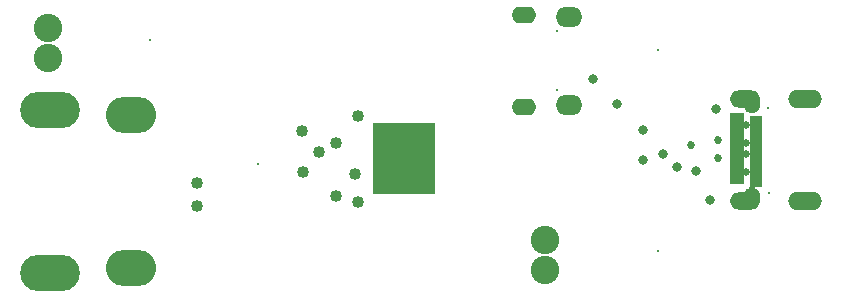
<source format=gts>
G04 Layer_Color=8388736*
%FSLAX24Y24*%
%MOIN*%
G70*
G01*
G75*
%ADD34R,0.0454X0.0206*%
%ADD35R,0.0415X0.0206*%
%ADD36R,0.2069X0.0179*%
%ADD37R,0.0100X0.0100*%
%ADD38O,0.0533X0.0700*%
%ADD39O,0.1006X0.0572*%
%ADD40O,0.1124X0.0612*%
%ADD41C,0.0100*%
%ADD42C,0.0950*%
%ADD43O,0.0809X0.0553*%
%ADD44O,0.0887X0.0671*%
%ADD45C,0.0320*%
%ADD46C,0.0270*%
%ADD47C,0.0250*%
%ADD48O,0.1990X0.1202*%
%ADD49O,0.1675X0.1202*%
%ADD50C,0.0400*%
G36*
X28793Y8206D02*
X28773D01*
Y8246D01*
X28793D01*
Y8206D01*
D02*
G37*
G36*
Y8626D02*
Y8606D01*
X28763D01*
Y8656D01*
X28793D01*
Y8626D01*
D02*
G37*
G36*
X28963Y7606D02*
X28793D01*
Y7636D01*
X28963D01*
Y7606D01*
D02*
G37*
G36*
X28793Y8026D02*
X28773D01*
Y8066D01*
X28793D01*
Y8026D01*
D02*
G37*
G36*
Y8786D02*
X28763D01*
Y8846D01*
X28793D01*
Y8786D01*
D02*
G37*
G36*
Y9566D02*
X28763D01*
Y9616D01*
X28793D01*
Y9566D01*
D02*
G37*
G36*
Y9756D02*
X28763D01*
Y9806D01*
X28793D01*
Y9756D01*
D02*
G37*
G36*
Y8966D02*
X28763D01*
Y9016D01*
X28793D01*
Y8966D01*
D02*
G37*
G36*
Y9156D02*
X28763D01*
Y9216D01*
X28793D01*
Y9156D01*
D02*
G37*
G36*
X18317Y7387D02*
X16227D01*
Y7597D01*
Y9767D01*
X18317Y9782D01*
Y7387D01*
D02*
G37*
D34*
X28370Y7830D02*
D03*
Y8027D02*
D03*
Y8223D02*
D03*
Y8420D02*
D03*
Y8617D02*
D03*
Y8814D02*
D03*
Y9011D02*
D03*
Y9208D02*
D03*
Y9404D02*
D03*
Y9601D02*
D03*
Y9798D02*
D03*
Y9995D02*
D03*
D35*
X29000Y9897D02*
D03*
Y9700D02*
D03*
Y9503D02*
D03*
Y9306D02*
D03*
Y9109D02*
D03*
Y8912D02*
D03*
Y8716D02*
D03*
Y8322D02*
D03*
Y8519D02*
D03*
Y8125D02*
D03*
Y7928D02*
D03*
Y7731D02*
D03*
D36*
X17267Y9657D02*
D03*
Y9460D02*
D03*
Y9263D02*
D03*
Y9066D02*
D03*
Y8870D02*
D03*
Y8673D02*
D03*
Y8476D02*
D03*
Y8279D02*
D03*
Y8082D02*
D03*
Y7885D02*
D03*
Y7689D02*
D03*
Y7492D02*
D03*
D37*
X25743Y12206D02*
D03*
Y5496D02*
D03*
D38*
X28883Y10446D02*
D03*
Y7276D02*
D03*
D39*
X28645Y10564D02*
D03*
X28645Y7162D02*
D03*
D40*
X30633Y10564D02*
D03*
Y7162D02*
D03*
D41*
X29407Y10280D02*
D03*
X29433Y7446D02*
D03*
X22374Y10852D02*
D03*
Y12820D02*
D03*
X8797Y12547D02*
D03*
X12397Y8397D02*
D03*
D42*
X21963Y5866D02*
D03*
Y4866D02*
D03*
X5397Y12927D02*
D03*
Y11927D02*
D03*
D43*
X21291Y13361D02*
D03*
Y10310D02*
D03*
D44*
X22787Y10369D02*
D03*
Y13302D02*
D03*
D45*
X25233Y8536D02*
D03*
X27683Y10236D02*
D03*
X27483Y7186D02*
D03*
X25233Y9536D02*
D03*
X24383Y10386D02*
D03*
X25923Y8746D02*
D03*
X26393Y8296D02*
D03*
X23563Y11236D02*
D03*
X27013Y8156D02*
D03*
D46*
X27733Y9186D02*
D03*
X26833Y9036D02*
D03*
X27733Y8586D02*
D03*
D47*
X28693Y9686D02*
D03*
Y8136D02*
D03*
Y9086D02*
D03*
Y8716D02*
D03*
D48*
X5473Y10204D02*
D03*
Y4770D02*
D03*
D49*
X8193Y4948D02*
D03*
Y10026D02*
D03*
D50*
X10381Y6993D02*
D03*
Y7781D02*
D03*
X15632Y8082D02*
D03*
X14437Y8787D02*
D03*
X15737Y7137D02*
D03*
Y9987D02*
D03*
X13887Y9487D02*
D03*
X15007Y9097D02*
D03*
X13907Y8117D02*
D03*
X15017Y7317D02*
D03*
M02*

</source>
